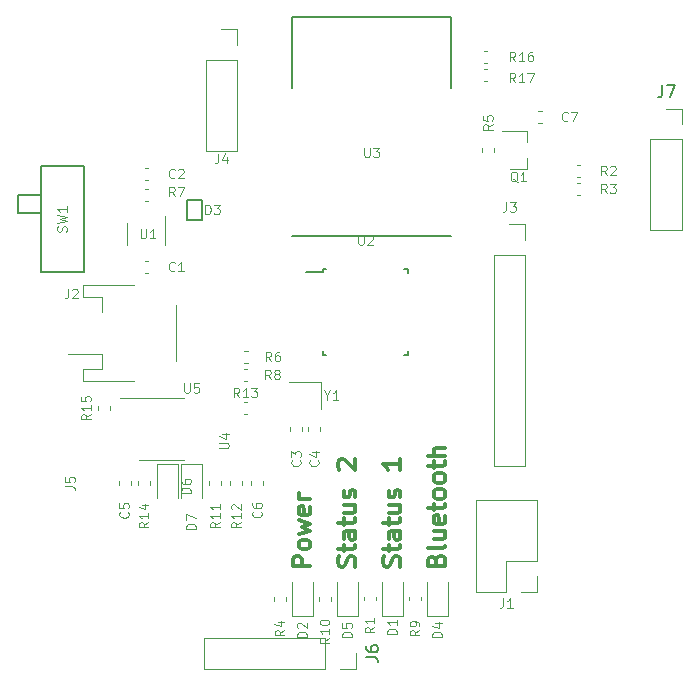
<source format=gto>
G04 #@! TF.GenerationSoftware,KiCad,Pcbnew,(5.0.2)-1*
G04 #@! TF.CreationDate,2020-11-28T21:44:54+10:00*
G04 #@! TF.ProjectId,trailer leveler,74726169-6c65-4722-906c-6576656c6572,1*
G04 #@! TF.SameCoordinates,Original*
G04 #@! TF.FileFunction,Legend,Top*
G04 #@! TF.FilePolarity,Positive*
%FSLAX46Y46*%
G04 Gerber Fmt 4.6, Leading zero omitted, Abs format (unit mm)*
G04 Created by KiCad (PCBNEW (5.0.2)-1) date 28/11/2020 9:44:54 PM*
%MOMM*%
%LPD*%
G01*
G04 APERTURE LIST*
%ADD10C,0.300000*%
%ADD11C,0.120000*%
%ADD12C,0.150000*%
%ADD13C,0.125000*%
G04 APERTURE END LIST*
D10*
X5734857Y-18216000D02*
X5806285Y-18001714D01*
X5877714Y-17930285D01*
X6020571Y-17858857D01*
X6234857Y-17858857D01*
X6377714Y-17930285D01*
X6449142Y-18001714D01*
X6520571Y-18144571D01*
X6520571Y-18716000D01*
X5020571Y-18716000D01*
X5020571Y-18216000D01*
X5092000Y-18073142D01*
X5163428Y-18001714D01*
X5306285Y-17930285D01*
X5449142Y-17930285D01*
X5592000Y-18001714D01*
X5663428Y-18073142D01*
X5734857Y-18216000D01*
X5734857Y-18716000D01*
X6520571Y-17001714D02*
X6449142Y-17144571D01*
X6306285Y-17216000D01*
X5020571Y-17216000D01*
X5520571Y-15787428D02*
X6520571Y-15787428D01*
X5520571Y-16430285D02*
X6306285Y-16430285D01*
X6449142Y-16358857D01*
X6520571Y-16216000D01*
X6520571Y-16001714D01*
X6449142Y-15858857D01*
X6377714Y-15787428D01*
X6449142Y-14501714D02*
X6520571Y-14644571D01*
X6520571Y-14930285D01*
X6449142Y-15073142D01*
X6306285Y-15144571D01*
X5734857Y-15144571D01*
X5592000Y-15073142D01*
X5520571Y-14930285D01*
X5520571Y-14644571D01*
X5592000Y-14501714D01*
X5734857Y-14430285D01*
X5877714Y-14430285D01*
X6020571Y-15144571D01*
X5520571Y-14001714D02*
X5520571Y-13430285D01*
X5020571Y-13787428D02*
X6306285Y-13787428D01*
X6449142Y-13716000D01*
X6520571Y-13573142D01*
X6520571Y-13430285D01*
X6520571Y-12716000D02*
X6449142Y-12858857D01*
X6377714Y-12930285D01*
X6234857Y-13001714D01*
X5806285Y-13001714D01*
X5663428Y-12930285D01*
X5592000Y-12858857D01*
X5520571Y-12716000D01*
X5520571Y-12501714D01*
X5592000Y-12358857D01*
X5663428Y-12287428D01*
X5806285Y-12216000D01*
X6234857Y-12216000D01*
X6377714Y-12287428D01*
X6449142Y-12358857D01*
X6520571Y-12501714D01*
X6520571Y-12716000D01*
X6520571Y-11358857D02*
X6449142Y-11501714D01*
X6377714Y-11573142D01*
X6234857Y-11644571D01*
X5806285Y-11644571D01*
X5663428Y-11573142D01*
X5592000Y-11501714D01*
X5520571Y-11358857D01*
X5520571Y-11144571D01*
X5592000Y-11001714D01*
X5663428Y-10930285D01*
X5806285Y-10858857D01*
X6234857Y-10858857D01*
X6377714Y-10930285D01*
X6449142Y-11001714D01*
X6520571Y-11144571D01*
X6520571Y-11358857D01*
X5520571Y-10430285D02*
X5520571Y-9858857D01*
X5020571Y-10216000D02*
X6306285Y-10216000D01*
X6449142Y-10144571D01*
X6520571Y-10001714D01*
X6520571Y-9858857D01*
X6520571Y-9358857D02*
X5020571Y-9358857D01*
X6520571Y-8716000D02*
X5734857Y-8716000D01*
X5592000Y-8787428D01*
X5520571Y-8930285D01*
X5520571Y-9144571D01*
X5592000Y-9287428D01*
X5663428Y-9358857D01*
X-1170857Y-18759714D02*
X-1099428Y-18545428D01*
X-1099428Y-18188285D01*
X-1170857Y-18045428D01*
X-1242285Y-17974000D01*
X-1385142Y-17902571D01*
X-1528000Y-17902571D01*
X-1670857Y-17974000D01*
X-1742285Y-18045428D01*
X-1813714Y-18188285D01*
X-1885142Y-18474000D01*
X-1956571Y-18616857D01*
X-2028000Y-18688285D01*
X-2170857Y-18759714D01*
X-2313714Y-18759714D01*
X-2456571Y-18688285D01*
X-2528000Y-18616857D01*
X-2599428Y-18474000D01*
X-2599428Y-18116857D01*
X-2528000Y-17902571D01*
X-2099428Y-17474000D02*
X-2099428Y-16902571D01*
X-2599428Y-17259714D02*
X-1313714Y-17259714D01*
X-1170857Y-17188285D01*
X-1099428Y-17045428D01*
X-1099428Y-16902571D01*
X-1099428Y-15759714D02*
X-1885142Y-15759714D01*
X-2028000Y-15831142D01*
X-2099428Y-15974000D01*
X-2099428Y-16259714D01*
X-2028000Y-16402571D01*
X-1170857Y-15759714D02*
X-1099428Y-15902571D01*
X-1099428Y-16259714D01*
X-1170857Y-16402571D01*
X-1313714Y-16474000D01*
X-1456571Y-16474000D01*
X-1599428Y-16402571D01*
X-1670857Y-16259714D01*
X-1670857Y-15902571D01*
X-1742285Y-15759714D01*
X-2099428Y-15259714D02*
X-2099428Y-14688285D01*
X-2599428Y-15045428D02*
X-1313714Y-15045428D01*
X-1170857Y-14974000D01*
X-1099428Y-14831142D01*
X-1099428Y-14688285D01*
X-2099428Y-13545428D02*
X-1099428Y-13545428D01*
X-2099428Y-14188285D02*
X-1313714Y-14188285D01*
X-1170857Y-14116857D01*
X-1099428Y-13974000D01*
X-1099428Y-13759714D01*
X-1170857Y-13616857D01*
X-1242285Y-13545428D01*
X-1170857Y-12902571D02*
X-1099428Y-12759714D01*
X-1099428Y-12474000D01*
X-1170857Y-12331142D01*
X-1313714Y-12259714D01*
X-1385142Y-12259714D01*
X-1528000Y-12331142D01*
X-1599428Y-12474000D01*
X-1599428Y-12688285D01*
X-1670857Y-12831142D01*
X-1813714Y-12902571D01*
X-1885142Y-12902571D01*
X-2028000Y-12831142D01*
X-2099428Y-12688285D01*
X-2099428Y-12474000D01*
X-2028000Y-12331142D01*
X-2456571Y-10545428D02*
X-2528000Y-10474000D01*
X-2599428Y-10331142D01*
X-2599428Y-9974000D01*
X-2528000Y-9831142D01*
X-2456571Y-9759714D01*
X-2313714Y-9688285D01*
X-2170857Y-9688285D01*
X-1956571Y-9759714D01*
X-1099428Y-10616857D01*
X-1099428Y-9688285D01*
X2639142Y-18759714D02*
X2710571Y-18545428D01*
X2710571Y-18188285D01*
X2639142Y-18045428D01*
X2567714Y-17974000D01*
X2424857Y-17902571D01*
X2282000Y-17902571D01*
X2139142Y-17974000D01*
X2067714Y-18045428D01*
X1996285Y-18188285D01*
X1924857Y-18474000D01*
X1853428Y-18616857D01*
X1781999Y-18688285D01*
X1639142Y-18759714D01*
X1496285Y-18759714D01*
X1353428Y-18688285D01*
X1281999Y-18616857D01*
X1210571Y-18474000D01*
X1210571Y-18116857D01*
X1281999Y-17902571D01*
X1710571Y-17474000D02*
X1710571Y-16902571D01*
X1210571Y-17259714D02*
X2496285Y-17259714D01*
X2639142Y-17188285D01*
X2710571Y-17045428D01*
X2710571Y-16902571D01*
X2710571Y-15759714D02*
X1924857Y-15759714D01*
X1782000Y-15831142D01*
X1710571Y-15974000D01*
X1710571Y-16259714D01*
X1781999Y-16402571D01*
X2639142Y-15759714D02*
X2710571Y-15902571D01*
X2710571Y-16259714D01*
X2639142Y-16402571D01*
X2496285Y-16474000D01*
X2353428Y-16474000D01*
X2210571Y-16402571D01*
X2139142Y-16259714D01*
X2139142Y-15902571D01*
X2067714Y-15759714D01*
X1710571Y-15259714D02*
X1710571Y-14688285D01*
X1210571Y-15045428D02*
X2496285Y-15045428D01*
X2639142Y-14974000D01*
X2710571Y-14831142D01*
X2710571Y-14688285D01*
X1710571Y-13545428D02*
X2710571Y-13545428D01*
X1710571Y-14188285D02*
X2496285Y-14188285D01*
X2639142Y-14116857D01*
X2710571Y-13974000D01*
X2710571Y-13759714D01*
X2639142Y-13616857D01*
X2567714Y-13545428D01*
X2639142Y-12902571D02*
X2710571Y-12759714D01*
X2710571Y-12474000D01*
X2639142Y-12331142D01*
X2496285Y-12259714D01*
X2424857Y-12259714D01*
X2282000Y-12331142D01*
X2210571Y-12474000D01*
X2210571Y-12688285D01*
X2139142Y-12831142D01*
X1996285Y-12902571D01*
X1924857Y-12902571D01*
X1782000Y-12831142D01*
X1710571Y-12688285D01*
X1710571Y-12474000D01*
X1782000Y-12331142D01*
X2710571Y-9688285D02*
X2710571Y-10545428D01*
X2710571Y-10116857D02*
X1210571Y-10116857D01*
X1424857Y-10259714D01*
X1567714Y-10402571D01*
X1639142Y-10545428D01*
X-4909428Y-18712285D02*
X-6409428Y-18712285D01*
X-6409428Y-18140857D01*
X-6338000Y-17998000D01*
X-6266571Y-17926571D01*
X-6123714Y-17855142D01*
X-5909428Y-17855142D01*
X-5766571Y-17926571D01*
X-5695142Y-17998000D01*
X-5623714Y-18140857D01*
X-5623714Y-18712285D01*
X-4909428Y-16998000D02*
X-4980857Y-17140857D01*
X-5052285Y-17212285D01*
X-5195142Y-17283714D01*
X-5623714Y-17283714D01*
X-5766571Y-17212285D01*
X-5838000Y-17140857D01*
X-5909428Y-16998000D01*
X-5909428Y-16783714D01*
X-5838000Y-16640857D01*
X-5766571Y-16569428D01*
X-5623714Y-16498000D01*
X-5195142Y-16498000D01*
X-5052285Y-16569428D01*
X-4980857Y-16640857D01*
X-4909428Y-16783714D01*
X-4909428Y-16998000D01*
X-5909428Y-15998000D02*
X-4909428Y-15712285D01*
X-5623714Y-15426571D01*
X-4909428Y-15140857D01*
X-5909428Y-14855142D01*
X-4980857Y-13712285D02*
X-4909428Y-13855142D01*
X-4909428Y-14140857D01*
X-4980857Y-14283714D01*
X-5123714Y-14355142D01*
X-5695142Y-14355142D01*
X-5838000Y-14283714D01*
X-5909428Y-14140857D01*
X-5909428Y-13855142D01*
X-5838000Y-13712285D01*
X-5695142Y-13640857D01*
X-5552285Y-13640857D01*
X-5409428Y-14355142D01*
X-4909428Y-12998000D02*
X-5909428Y-12998000D01*
X-5623714Y-12998000D02*
X-5766571Y-12926571D01*
X-5838000Y-12855142D01*
X-5909428Y-12712285D01*
X-5909428Y-12569428D01*
D11*
G04 #@! TO.C,J1*
X14284000Y-20888000D02*
X12954000Y-20888000D01*
X14284000Y-19558000D02*
X14284000Y-20888000D01*
X11684000Y-20888000D02*
X9084000Y-20888000D01*
X11684000Y-18288000D02*
X11684000Y-20888000D01*
X14284000Y-18288000D02*
X11684000Y-18288000D01*
X9084000Y-20888000D02*
X9084000Y-13148000D01*
X14284000Y-18288000D02*
X14284000Y-13148000D01*
X14284000Y-13148000D02*
X9084000Y-13148000D01*
D12*
G04 #@! TO.C,U2*
X-3879000Y6194000D02*
X-5304000Y6194000D01*
X3371000Y6419000D02*
X3046000Y6419000D01*
X3371000Y-831000D02*
X3046000Y-831000D01*
X-3879000Y-831000D02*
X-3554000Y-831000D01*
X-3879000Y6419000D02*
X-3554000Y6419000D01*
X-3879000Y-831000D02*
X-3879000Y-506000D01*
X3371000Y-831000D02*
X3371000Y-506000D01*
X3371000Y6419000D02*
X3371000Y6094000D01*
X-3879000Y6419000D02*
X-3879000Y6194000D01*
D11*
G04 #@! TO.C,Y1*
X-4046000Y-5426000D02*
X-4046000Y-3126000D01*
X-4046000Y-3126000D02*
X-6746000Y-3126000D01*
G04 #@! TO.C,C1*
X-18633221Y6094000D02*
X-18958779Y6094000D01*
X-18633221Y7114000D02*
X-18958779Y7114000D01*
G04 #@! TO.C,C2*
X-18958779Y13968000D02*
X-18633221Y13968000D01*
X-18958779Y14988000D02*
X-18633221Y14988000D01*
G04 #@! TO.C,C3*
X-5586000Y-6949221D02*
X-5586000Y-7274779D01*
X-6606000Y-6949221D02*
X-6606000Y-7274779D01*
G04 #@! TO.C,C4*
X-4062000Y-6949221D02*
X-4062000Y-7274779D01*
X-5082000Y-6949221D02*
X-5082000Y-7274779D01*
G04 #@! TO.C,C5*
X-21147500Y-11521221D02*
X-21147500Y-11846779D01*
X-20127500Y-11521221D02*
X-20127500Y-11846779D01*
G04 #@! TO.C,C6*
X-8888000Y-11846779D02*
X-8888000Y-11521221D01*
X-9908000Y-11846779D02*
X-9908000Y-11521221D01*
D12*
G04 #@! TO.C,D3*
X-15357000Y12280000D02*
X-14107000Y12280000D01*
X-15357000Y10580000D02*
X-14107000Y10580000D01*
X-14107000Y12280000D02*
X-14107000Y10580000D01*
X-15357000Y12280000D02*
X-15357000Y10580000D01*
D11*
G04 #@! TO.C,J2*
X-19888000Y-3044000D02*
X-24138000Y-3044000D01*
X-24138000Y-3044000D02*
X-24138000Y-2024000D01*
X-24138000Y-2024000D02*
X-22538000Y-2024000D01*
X-22538000Y-2024000D02*
X-22538000Y-744000D01*
X-22538000Y-744000D02*
X-25428000Y-744000D01*
X-19888000Y5076000D02*
X-24138000Y5076000D01*
X-24138000Y5076000D02*
X-24138000Y4056000D01*
X-24138000Y4056000D02*
X-22538000Y4056000D01*
X-22538000Y4056000D02*
X-22538000Y2776000D01*
X-16318000Y-1324000D02*
X-16318000Y3356000D01*
G04 #@! TO.C,Q1*
X13460000Y14930000D02*
X13460000Y15860000D01*
X13460000Y18090000D02*
X13460000Y17160000D01*
X13460000Y18090000D02*
X11300000Y18090000D01*
X13460000Y14930000D02*
X12000000Y14930000D01*
G04 #@! TO.C,R1*
X637000Y-21300221D02*
X637000Y-21625779D01*
X-383000Y-21300221D02*
X-383000Y-21625779D01*
G04 #@! TO.C,R2*
X17617221Y14222000D02*
X17942779Y14222000D01*
X17617221Y15242000D02*
X17942779Y15242000D01*
G04 #@! TO.C,R3*
X17617221Y13718000D02*
X17942779Y13718000D01*
X17617221Y12698000D02*
X17942779Y12698000D01*
G04 #@! TO.C,R4*
X-8003000Y-21325721D02*
X-8003000Y-21651279D01*
X-6983000Y-21325721D02*
X-6983000Y-21651279D01*
G04 #@! TO.C,R5*
X9650000Y16698279D02*
X9650000Y16372721D01*
X10670000Y16698279D02*
X10670000Y16372721D01*
G04 #@! TO.C,R6*
X-10551279Y-506000D02*
X-10225721Y-506000D01*
X-10551279Y-1526000D02*
X-10225721Y-1526000D01*
G04 #@! TO.C,R7*
X-18633221Y12190000D02*
X-18958779Y12190000D01*
X-18633221Y13210000D02*
X-18958779Y13210000D01*
G04 #@! TO.C,R8*
X-10251221Y-2030000D02*
X-10576779Y-2030000D01*
X-10251221Y-3050000D02*
X-10576779Y-3050000D01*
G04 #@! TO.C,R9*
X3427000Y-21300221D02*
X3427000Y-21625779D01*
X4447000Y-21300221D02*
X4447000Y-21625779D01*
G04 #@! TO.C,R10*
X-3173000Y-21325721D02*
X-3173000Y-21651279D01*
X-4193000Y-21325721D02*
X-4193000Y-21651279D01*
G04 #@! TO.C,R11*
X-13464000Y-11846779D02*
X-13464000Y-11521221D01*
X-12444000Y-11846779D02*
X-12444000Y-11521221D01*
G04 #@! TO.C,R12*
X-10666000Y-11846779D02*
X-10666000Y-11521221D01*
X-11686000Y-11846779D02*
X-11686000Y-11521221D01*
G04 #@! TO.C,R13*
X-10576779Y-5844000D02*
X-10251221Y-5844000D01*
X-10576779Y-4824000D02*
X-10251221Y-4824000D01*
G04 #@! TO.C,R14*
X-19496500Y-11846779D02*
X-19496500Y-11521221D01*
X-18476500Y-11846779D02*
X-18476500Y-11521221D01*
G04 #@! TO.C,R15*
X-21842000Y-5171221D02*
X-21842000Y-5496779D01*
X-22862000Y-5171221D02*
X-22862000Y-5496779D01*
D12*
G04 #@! TO.C,SW1*
X-24108000Y15168000D02*
X-24108000Y6168000D01*
X-24108000Y6168000D02*
X-27708000Y6168000D01*
X-27708000Y6168000D02*
X-27708000Y15168000D01*
X-27708000Y15168000D02*
X-24108000Y15168000D01*
X-27708000Y12668000D02*
X-29708000Y12668000D01*
X-29708000Y12668000D02*
X-29708000Y11168000D01*
X-27708000Y11168000D02*
X-29708000Y11168000D01*
D11*
G04 #@! TO.C,U1*
X-20406000Y10298000D02*
X-20406000Y8498000D01*
X-17186000Y8498000D02*
X-17186000Y10948000D01*
D12*
G04 #@! TO.C,U3*
X-6496000Y27756000D02*
X7004000Y27756000D01*
X7004000Y27756000D02*
X7004000Y21756000D01*
X7004000Y9256000D02*
X-6496000Y9256000D01*
X-6496000Y21756000D02*
X-6496000Y27756000D01*
D11*
G04 #@! TO.C,U5*
X-17526000Y-9702000D02*
X-15646000Y-9702000D01*
X-17526000Y-9702000D02*
X-19406000Y-9702000D01*
X-17526000Y-4522000D02*
X-15646000Y-4522000D01*
X-17526000Y-4522000D02*
X-21051000Y-4522000D01*
G04 #@! TO.C,J3*
X10608000Y7620000D02*
X13268000Y7620000D01*
X10608000Y7620000D02*
X10608000Y-10220000D01*
X10608000Y-10220000D02*
X13268000Y-10220000D01*
X13268000Y7620000D02*
X13268000Y-10220000D01*
X13268000Y10220000D02*
X13268000Y8890000D01*
X11938000Y10220000D02*
X13268000Y10220000D01*
G04 #@! TO.C,J4*
X-13776000Y24130000D02*
X-11116000Y24130000D01*
X-13776000Y24130000D02*
X-13776000Y16450000D01*
X-13776000Y16450000D02*
X-11116000Y16450000D01*
X-11116000Y24130000D02*
X-11116000Y16450000D01*
X-11116000Y26730000D02*
X-11116000Y25400000D01*
X-12446000Y26730000D02*
X-11116000Y26730000D01*
G04 #@! TO.C,C7*
X14340721Y19814000D02*
X14666279Y19814000D01*
X14340721Y18794000D02*
X14666279Y18794000D01*
G04 #@! TO.C,R16*
X9743221Y23874000D02*
X10068779Y23874000D01*
X9743221Y24894000D02*
X10068779Y24894000D01*
G04 #@! TO.C,R17*
X10068779Y22350000D02*
X9743221Y22350000D01*
X10068779Y23370000D02*
X9743221Y23370000D01*
G04 #@! TO.C,D1*
X2942000Y-22967000D02*
X2942000Y-20082000D01*
X1122000Y-22967000D02*
X2942000Y-22967000D01*
X1122000Y-20082000D02*
X1122000Y-22967000D01*
G04 #@! TO.C,D2*
X-4678000Y-22967000D02*
X-4678000Y-20082000D01*
X-6498000Y-22967000D02*
X-4678000Y-22967000D01*
X-6498000Y-20082000D02*
X-6498000Y-22967000D01*
G04 #@! TO.C,D4*
X4932000Y-20082000D02*
X4932000Y-22967000D01*
X4932000Y-22967000D02*
X6752000Y-22967000D01*
X6752000Y-22967000D02*
X6752000Y-20082000D01*
G04 #@! TO.C,D5*
X-2688000Y-20082000D02*
X-2688000Y-22967000D01*
X-2688000Y-22967000D02*
X-868000Y-22967000D01*
X-868000Y-22967000D02*
X-868000Y-20082000D01*
G04 #@! TO.C,D6*
X-16108000Y-12938000D02*
X-16108000Y-10053000D01*
X-16108000Y-10053000D02*
X-17928000Y-10053000D01*
X-17928000Y-10053000D02*
X-17928000Y-12938000D01*
G04 #@! TO.C,D7*
X-15896000Y-10053000D02*
X-15896000Y-12938000D01*
X-14076000Y-10053000D02*
X-15896000Y-10053000D01*
X-14076000Y-12938000D02*
X-14076000Y-10053000D01*
G04 #@! TO.C,J6*
X-3683000Y-24768500D02*
X-3683000Y-27428500D01*
X-3683000Y-24768500D02*
X-13903000Y-24768500D01*
X-13903000Y-24768500D02*
X-13903000Y-27428500D01*
X-3683000Y-27428500D02*
X-13903000Y-27428500D01*
X-1083000Y-27428500D02*
X-2413000Y-27428500D01*
X-1083000Y-26098500D02*
X-1083000Y-27428500D01*
G04 #@! TO.C,J7*
X23879500Y17399000D02*
X26539500Y17399000D01*
X23879500Y17399000D02*
X23879500Y9719000D01*
X23879500Y9719000D02*
X26539500Y9719000D01*
X26539500Y17399000D02*
X26539500Y9719000D01*
X26539500Y19999000D02*
X26539500Y18669000D01*
X25209500Y19999000D02*
X26539500Y19999000D01*
G04 #@! TO.C,J5*
D13*
X-25660095Y-11950666D02*
X-25088666Y-11950666D01*
X-24974380Y-11988761D01*
X-24898190Y-12064952D01*
X-24860095Y-12179238D01*
X-24860095Y-12255428D01*
X-25660095Y-11188761D02*
X-25660095Y-11569714D01*
X-25279142Y-11607809D01*
X-25317238Y-11569714D01*
X-25355333Y-11493523D01*
X-25355333Y-11303047D01*
X-25317238Y-11226857D01*
X-25279142Y-11188761D01*
X-25202952Y-11150666D01*
X-25012476Y-11150666D01*
X-24936285Y-11188761D01*
X-24898190Y-11226857D01*
X-24860095Y-11303047D01*
X-24860095Y-11493523D01*
X-24898190Y-11569714D01*
X-24936285Y-11607809D01*
G04 #@! TO.C,J1*
X11417333Y-21449904D02*
X11417333Y-22021333D01*
X11379238Y-22135619D01*
X11303047Y-22211809D01*
X11188761Y-22249904D01*
X11112571Y-22249904D01*
X12217333Y-22249904D02*
X11760190Y-22249904D01*
X11988761Y-22249904D02*
X11988761Y-21449904D01*
X11912571Y-21564190D01*
X11836380Y-21640380D01*
X11760190Y-21678476D01*
G04 #@! TO.C,U2*
X-863523Y9282095D02*
X-863523Y8634476D01*
X-825428Y8558285D01*
X-787333Y8520190D01*
X-711142Y8482095D01*
X-558761Y8482095D01*
X-482571Y8520190D01*
X-444476Y8558285D01*
X-406380Y8634476D01*
X-406380Y9282095D01*
X-63523Y9205904D02*
X-25428Y9244000D01*
X50761Y9282095D01*
X241238Y9282095D01*
X317428Y9244000D01*
X355523Y9205904D01*
X393619Y9129714D01*
X393619Y9053523D01*
X355523Y8939238D01*
X-101619Y8482095D01*
X393619Y8482095D01*
G04 #@! TO.C,Y1*
X-3490952Y-4256952D02*
X-3490952Y-4637904D01*
X-3757619Y-3837904D02*
X-3490952Y-4256952D01*
X-3224285Y-3837904D01*
X-2538571Y-4637904D02*
X-2995714Y-4637904D01*
X-2767142Y-4637904D02*
X-2767142Y-3837904D01*
X-2843333Y-3952190D01*
X-2919523Y-4028380D01*
X-2995714Y-4066476D01*
G04 #@! TO.C,C1*
X-16389333Y6318285D02*
X-16427428Y6280190D01*
X-16541714Y6242095D01*
X-16617904Y6242095D01*
X-16732190Y6280190D01*
X-16808380Y6356380D01*
X-16846476Y6432571D01*
X-16884571Y6584952D01*
X-16884571Y6699238D01*
X-16846476Y6851619D01*
X-16808380Y6927809D01*
X-16732190Y7004000D01*
X-16617904Y7042095D01*
X-16541714Y7042095D01*
X-16427428Y7004000D01*
X-16389333Y6965904D01*
X-15627428Y6242095D02*
X-16084571Y6242095D01*
X-15856000Y6242095D02*
X-15856000Y7042095D01*
X-15932190Y6927809D01*
X-16008380Y6851619D01*
X-16084571Y6813523D01*
G04 #@! TO.C,C2*
X-16389333Y14192285D02*
X-16427428Y14154190D01*
X-16541714Y14116095D01*
X-16617904Y14116095D01*
X-16732190Y14154190D01*
X-16808380Y14230380D01*
X-16846476Y14306571D01*
X-16884571Y14458952D01*
X-16884571Y14573238D01*
X-16846476Y14725619D01*
X-16808380Y14801809D01*
X-16732190Y14878000D01*
X-16617904Y14916095D01*
X-16541714Y14916095D01*
X-16427428Y14878000D01*
X-16389333Y14839904D01*
X-16084571Y14839904D02*
X-16046476Y14878000D01*
X-15970285Y14916095D01*
X-15779809Y14916095D01*
X-15703619Y14878000D01*
X-15665523Y14839904D01*
X-15627428Y14763714D01*
X-15627428Y14687523D01*
X-15665523Y14573238D01*
X-16122666Y14116095D01*
X-15627428Y14116095D01*
G04 #@! TO.C,C3*
X-5810285Y-9759833D02*
X-5772190Y-9797928D01*
X-5734095Y-9912214D01*
X-5734095Y-9988404D01*
X-5772190Y-10102690D01*
X-5848380Y-10178880D01*
X-5924571Y-10216976D01*
X-6076952Y-10255071D01*
X-6191238Y-10255071D01*
X-6343619Y-10216976D01*
X-6419809Y-10178880D01*
X-6496000Y-10102690D01*
X-6534095Y-9988404D01*
X-6534095Y-9912214D01*
X-6496000Y-9797928D01*
X-6457904Y-9759833D01*
X-6534095Y-9493166D02*
X-6534095Y-8997928D01*
X-6229333Y-9264595D01*
X-6229333Y-9150309D01*
X-6191238Y-9074119D01*
X-6153142Y-9036023D01*
X-6076952Y-8997928D01*
X-5886476Y-8997928D01*
X-5810285Y-9036023D01*
X-5772190Y-9074119D01*
X-5734095Y-9150309D01*
X-5734095Y-9378880D01*
X-5772190Y-9455071D01*
X-5810285Y-9493166D01*
G04 #@! TO.C,C4*
X-4286285Y-9759833D02*
X-4248190Y-9797928D01*
X-4210095Y-9912214D01*
X-4210095Y-9988404D01*
X-4248190Y-10102690D01*
X-4324380Y-10178880D01*
X-4400571Y-10216976D01*
X-4552952Y-10255071D01*
X-4667238Y-10255071D01*
X-4819619Y-10216976D01*
X-4895809Y-10178880D01*
X-4972000Y-10102690D01*
X-5010095Y-9988404D01*
X-5010095Y-9912214D01*
X-4972000Y-9797928D01*
X-4933904Y-9759833D01*
X-4743428Y-9074119D02*
X-4210095Y-9074119D01*
X-5048190Y-9264595D02*
X-4476761Y-9455071D01*
X-4476761Y-8959833D01*
G04 #@! TO.C,C5*
X-20351785Y-14128833D02*
X-20313690Y-14166928D01*
X-20275595Y-14281214D01*
X-20275595Y-14357404D01*
X-20313690Y-14471690D01*
X-20389880Y-14547880D01*
X-20466071Y-14585976D01*
X-20618452Y-14624071D01*
X-20732738Y-14624071D01*
X-20885119Y-14585976D01*
X-20961309Y-14547880D01*
X-21037500Y-14471690D01*
X-21075595Y-14357404D01*
X-21075595Y-14281214D01*
X-21037500Y-14166928D01*
X-20999404Y-14128833D01*
X-21075595Y-13405023D02*
X-21075595Y-13785976D01*
X-20694642Y-13824071D01*
X-20732738Y-13785976D01*
X-20770833Y-13709785D01*
X-20770833Y-13519309D01*
X-20732738Y-13443119D01*
X-20694642Y-13405023D01*
X-20618452Y-13366928D01*
X-20427976Y-13366928D01*
X-20351785Y-13405023D01*
X-20313690Y-13443119D01*
X-20275595Y-13519309D01*
X-20275595Y-13709785D01*
X-20313690Y-13785976D01*
X-20351785Y-13824071D01*
G04 #@! TO.C,C6*
X-9112285Y-14103333D02*
X-9074190Y-14141428D01*
X-9036095Y-14255714D01*
X-9036095Y-14331904D01*
X-9074190Y-14446190D01*
X-9150380Y-14522380D01*
X-9226571Y-14560476D01*
X-9378952Y-14598571D01*
X-9493238Y-14598571D01*
X-9645619Y-14560476D01*
X-9721809Y-14522380D01*
X-9798000Y-14446190D01*
X-9836095Y-14331904D01*
X-9836095Y-14255714D01*
X-9798000Y-14141428D01*
X-9759904Y-14103333D01*
X-9836095Y-13417619D02*
X-9836095Y-13570000D01*
X-9798000Y-13646190D01*
X-9759904Y-13684285D01*
X-9645619Y-13760476D01*
X-9493238Y-13798571D01*
X-9188476Y-13798571D01*
X-9112285Y-13760476D01*
X-9074190Y-13722380D01*
X-9036095Y-13646190D01*
X-9036095Y-13493809D01*
X-9074190Y-13417619D01*
X-9112285Y-13379523D01*
X-9188476Y-13341428D01*
X-9378952Y-13341428D01*
X-9455142Y-13379523D01*
X-9493238Y-13417619D01*
X-9531333Y-13493809D01*
X-9531333Y-13646190D01*
X-9493238Y-13722380D01*
X-9455142Y-13760476D01*
X-9378952Y-13798571D01*
G04 #@! TO.C,D3*
X-13798476Y11068095D02*
X-13798476Y11868095D01*
X-13608000Y11868095D01*
X-13493714Y11830000D01*
X-13417523Y11753809D01*
X-13379428Y11677619D01*
X-13341333Y11525238D01*
X-13341333Y11410952D01*
X-13379428Y11258571D01*
X-13417523Y11182380D01*
X-13493714Y11106190D01*
X-13608000Y11068095D01*
X-13798476Y11068095D01*
X-13074666Y11868095D02*
X-12579428Y11868095D01*
X-12846095Y11563333D01*
X-12731809Y11563333D01*
X-12655619Y11525238D01*
X-12617523Y11487142D01*
X-12579428Y11410952D01*
X-12579428Y11220476D01*
X-12617523Y11144285D01*
X-12655619Y11106190D01*
X-12731809Y11068095D01*
X-12960380Y11068095D01*
X-13036571Y11106190D01*
X-13074666Y11144285D01*
G04 #@! TO.C,J2*
X-25412666Y4756095D02*
X-25412666Y4184666D01*
X-25450761Y4070380D01*
X-25526952Y3994190D01*
X-25641238Y3956095D01*
X-25717428Y3956095D01*
X-25069809Y4679904D02*
X-25031714Y4718000D01*
X-24955523Y4756095D01*
X-24765047Y4756095D01*
X-24688857Y4718000D01*
X-24650761Y4679904D01*
X-24612666Y4603714D01*
X-24612666Y4527523D01*
X-24650761Y4413238D01*
X-25107904Y3956095D01*
X-24612666Y3956095D01*
G04 #@! TO.C,Q1*
X12623809Y13785904D02*
X12547619Y13824000D01*
X12471428Y13900190D01*
X12357142Y14014476D01*
X12280952Y14052571D01*
X12204761Y14052571D01*
X12242857Y13862095D02*
X12166666Y13900190D01*
X12090476Y13976380D01*
X12052380Y14128761D01*
X12052380Y14395428D01*
X12090476Y14547809D01*
X12166666Y14624000D01*
X12242857Y14662095D01*
X12395238Y14662095D01*
X12471428Y14624000D01*
X12547619Y14547809D01*
X12585714Y14395428D01*
X12585714Y14128761D01*
X12547619Y13976380D01*
X12471428Y13900190D01*
X12395238Y13862095D01*
X12242857Y13862095D01*
X13347619Y13862095D02*
X12890476Y13862095D01*
X13119047Y13862095D02*
X13119047Y14662095D01*
X13042857Y14547809D01*
X12966666Y14471619D01*
X12890476Y14433523D01*
G04 #@! TO.C,R1*
X488904Y-23882333D02*
X107952Y-24149000D01*
X488904Y-24339476D02*
X-311095Y-24339476D01*
X-311095Y-24034714D01*
X-273000Y-23958523D01*
X-234904Y-23920428D01*
X-158714Y-23882333D01*
X-44428Y-23882333D01*
X31761Y-23920428D01*
X69857Y-23958523D01*
X107952Y-24034714D01*
X107952Y-24339476D01*
X488904Y-23120428D02*
X488904Y-23577571D01*
X488904Y-23349000D02*
X-311095Y-23349000D01*
X-196809Y-23425190D01*
X-120619Y-23501380D01*
X-82523Y-23577571D01*
G04 #@! TO.C,R2*
X20186666Y14370095D02*
X19920000Y14751047D01*
X19729523Y14370095D02*
X19729523Y15170095D01*
X20034285Y15170095D01*
X20110476Y15132000D01*
X20148571Y15093904D01*
X20186666Y15017714D01*
X20186666Y14903428D01*
X20148571Y14827238D01*
X20110476Y14789142D01*
X20034285Y14751047D01*
X19729523Y14751047D01*
X20491428Y15093904D02*
X20529523Y15132000D01*
X20605714Y15170095D01*
X20796190Y15170095D01*
X20872380Y15132000D01*
X20910476Y15093904D01*
X20948571Y15017714D01*
X20948571Y14941523D01*
X20910476Y14827238D01*
X20453333Y14370095D01*
X20948571Y14370095D01*
G04 #@! TO.C,R3*
X20186666Y12846095D02*
X19920000Y13227047D01*
X19729523Y12846095D02*
X19729523Y13646095D01*
X20034285Y13646095D01*
X20110476Y13608000D01*
X20148571Y13569904D01*
X20186666Y13493714D01*
X20186666Y13379428D01*
X20148571Y13303238D01*
X20110476Y13265142D01*
X20034285Y13227047D01*
X19729523Y13227047D01*
X20453333Y13646095D02*
X20948571Y13646095D01*
X20681904Y13341333D01*
X20796190Y13341333D01*
X20872380Y13303238D01*
X20910476Y13265142D01*
X20948571Y13188952D01*
X20948571Y12998476D01*
X20910476Y12922285D01*
X20872380Y12884190D01*
X20796190Y12846095D01*
X20567619Y12846095D01*
X20491428Y12884190D01*
X20453333Y12922285D01*
G04 #@! TO.C,R4*
X-7131095Y-24136333D02*
X-7512047Y-24403000D01*
X-7131095Y-24593476D02*
X-7931095Y-24593476D01*
X-7931095Y-24288714D01*
X-7893000Y-24212523D01*
X-7854904Y-24174428D01*
X-7778714Y-24136333D01*
X-7664428Y-24136333D01*
X-7588238Y-24174428D01*
X-7550142Y-24212523D01*
X-7512047Y-24288714D01*
X-7512047Y-24593476D01*
X-7664428Y-23450619D02*
X-7131095Y-23450619D01*
X-7969190Y-23641095D02*
X-7397761Y-23831571D01*
X-7397761Y-23336333D01*
G04 #@! TO.C,R5*
X10521904Y18688166D02*
X10140952Y18421500D01*
X10521904Y18231023D02*
X9721904Y18231023D01*
X9721904Y18535785D01*
X9760000Y18611976D01*
X9798095Y18650071D01*
X9874285Y18688166D01*
X9988571Y18688166D01*
X10064761Y18650071D01*
X10102857Y18611976D01*
X10140952Y18535785D01*
X10140952Y18231023D01*
X9721904Y19411976D02*
X9721904Y19031023D01*
X10102857Y18992928D01*
X10064761Y19031023D01*
X10026666Y19107214D01*
X10026666Y19297690D01*
X10064761Y19373880D01*
X10102857Y19411976D01*
X10179047Y19450071D01*
X10369523Y19450071D01*
X10445714Y19411976D01*
X10483809Y19373880D01*
X10521904Y19297690D01*
X10521904Y19107214D01*
X10483809Y19031023D01*
X10445714Y18992928D01*
G04 #@! TO.C,R6*
X-8235833Y-1377904D02*
X-8502500Y-996952D01*
X-8692976Y-1377904D02*
X-8692976Y-577904D01*
X-8388214Y-577904D01*
X-8312023Y-616000D01*
X-8273928Y-654095D01*
X-8235833Y-730285D01*
X-8235833Y-844571D01*
X-8273928Y-920761D01*
X-8312023Y-958857D01*
X-8388214Y-996952D01*
X-8692976Y-996952D01*
X-7550119Y-577904D02*
X-7702500Y-577904D01*
X-7778690Y-616000D01*
X-7816785Y-654095D01*
X-7892976Y-768380D01*
X-7931071Y-920761D01*
X-7931071Y-1225523D01*
X-7892976Y-1301714D01*
X-7854880Y-1339809D01*
X-7778690Y-1377904D01*
X-7626309Y-1377904D01*
X-7550119Y-1339809D01*
X-7512023Y-1301714D01*
X-7473928Y-1225523D01*
X-7473928Y-1035047D01*
X-7512023Y-958857D01*
X-7550119Y-920761D01*
X-7626309Y-882666D01*
X-7778690Y-882666D01*
X-7854880Y-920761D01*
X-7892976Y-958857D01*
X-7931071Y-1035047D01*
G04 #@! TO.C,R7*
X-16389333Y12592095D02*
X-16656000Y12973047D01*
X-16846476Y12592095D02*
X-16846476Y13392095D01*
X-16541714Y13392095D01*
X-16465523Y13354000D01*
X-16427428Y13315904D01*
X-16389333Y13239714D01*
X-16389333Y13125428D01*
X-16427428Y13049238D01*
X-16465523Y13011142D01*
X-16541714Y12973047D01*
X-16846476Y12973047D01*
X-16122666Y13392095D02*
X-15589333Y13392095D01*
X-15932190Y12592095D01*
G04 #@! TO.C,R8*
X-8261333Y-2901904D02*
X-8528000Y-2520952D01*
X-8718476Y-2901904D02*
X-8718476Y-2101904D01*
X-8413714Y-2101904D01*
X-8337523Y-2140000D01*
X-8299428Y-2178095D01*
X-8261333Y-2254285D01*
X-8261333Y-2368571D01*
X-8299428Y-2444761D01*
X-8337523Y-2482857D01*
X-8413714Y-2520952D01*
X-8718476Y-2520952D01*
X-7804190Y-2444761D02*
X-7880380Y-2406666D01*
X-7918476Y-2368571D01*
X-7956571Y-2292380D01*
X-7956571Y-2254285D01*
X-7918476Y-2178095D01*
X-7880380Y-2140000D01*
X-7804190Y-2101904D01*
X-7651809Y-2101904D01*
X-7575619Y-2140000D01*
X-7537523Y-2178095D01*
X-7499428Y-2254285D01*
X-7499428Y-2292380D01*
X-7537523Y-2368571D01*
X-7575619Y-2406666D01*
X-7651809Y-2444761D01*
X-7804190Y-2444761D01*
X-7880380Y-2482857D01*
X-7918476Y-2520952D01*
X-7956571Y-2597142D01*
X-7956571Y-2749523D01*
X-7918476Y-2825714D01*
X-7880380Y-2863809D01*
X-7804190Y-2901904D01*
X-7651809Y-2901904D01*
X-7575619Y-2863809D01*
X-7537523Y-2825714D01*
X-7499428Y-2749523D01*
X-7499428Y-2597142D01*
X-7537523Y-2520952D01*
X-7575619Y-2482857D01*
X-7651809Y-2444761D01*
G04 #@! TO.C,R9*
X4298904Y-24136333D02*
X3917952Y-24403000D01*
X4298904Y-24593476D02*
X3498904Y-24593476D01*
X3498904Y-24288714D01*
X3537000Y-24212523D01*
X3575095Y-24174428D01*
X3651285Y-24136333D01*
X3765571Y-24136333D01*
X3841761Y-24174428D01*
X3879857Y-24212523D01*
X3917952Y-24288714D01*
X3917952Y-24593476D01*
X4298904Y-23755380D02*
X4298904Y-23603000D01*
X4260809Y-23526809D01*
X4222714Y-23488714D01*
X4108428Y-23412523D01*
X3956047Y-23374428D01*
X3651285Y-23374428D01*
X3575095Y-23412523D01*
X3537000Y-23450619D01*
X3498904Y-23526809D01*
X3498904Y-23679190D01*
X3537000Y-23755380D01*
X3575095Y-23793476D01*
X3651285Y-23831571D01*
X3841761Y-23831571D01*
X3917952Y-23793476D01*
X3956047Y-23755380D01*
X3994142Y-23679190D01*
X3994142Y-23526809D01*
X3956047Y-23450619D01*
X3917952Y-23412523D01*
X3841761Y-23374428D01*
G04 #@! TO.C,R10*
X-3321095Y-24771285D02*
X-3702047Y-25037952D01*
X-3321095Y-25228428D02*
X-4121095Y-25228428D01*
X-4121095Y-24923666D01*
X-4083000Y-24847476D01*
X-4044904Y-24809380D01*
X-3968714Y-24771285D01*
X-3854428Y-24771285D01*
X-3778238Y-24809380D01*
X-3740142Y-24847476D01*
X-3702047Y-24923666D01*
X-3702047Y-25228428D01*
X-3321095Y-24009380D02*
X-3321095Y-24466523D01*
X-3321095Y-24237952D02*
X-4121095Y-24237952D01*
X-4006809Y-24314142D01*
X-3930619Y-24390333D01*
X-3892523Y-24466523D01*
X-4121095Y-23514142D02*
X-4121095Y-23437952D01*
X-4083000Y-23361761D01*
X-4044904Y-23323666D01*
X-3968714Y-23285571D01*
X-3816333Y-23247476D01*
X-3625857Y-23247476D01*
X-3473476Y-23285571D01*
X-3397285Y-23323666D01*
X-3359190Y-23361761D01*
X-3321095Y-23437952D01*
X-3321095Y-23514142D01*
X-3359190Y-23590333D01*
X-3397285Y-23628428D01*
X-3473476Y-23666523D01*
X-3625857Y-23704619D01*
X-3816333Y-23704619D01*
X-3968714Y-23666523D01*
X-4044904Y-23628428D01*
X-4083000Y-23590333D01*
X-4121095Y-23514142D01*
G04 #@! TO.C,R11*
X-12592095Y-14992285D02*
X-12973047Y-15258952D01*
X-12592095Y-15449428D02*
X-13392095Y-15449428D01*
X-13392095Y-15144666D01*
X-13354000Y-15068476D01*
X-13315904Y-15030380D01*
X-13239714Y-14992285D01*
X-13125428Y-14992285D01*
X-13049238Y-15030380D01*
X-13011142Y-15068476D01*
X-12973047Y-15144666D01*
X-12973047Y-15449428D01*
X-12592095Y-14230380D02*
X-12592095Y-14687523D01*
X-12592095Y-14458952D02*
X-13392095Y-14458952D01*
X-13277809Y-14535142D01*
X-13201619Y-14611333D01*
X-13163523Y-14687523D01*
X-12592095Y-13468476D02*
X-12592095Y-13925619D01*
X-12592095Y-13697047D02*
X-13392095Y-13697047D01*
X-13277809Y-13773238D01*
X-13201619Y-13849428D01*
X-13163523Y-13925619D01*
G04 #@! TO.C,R12*
X-10814095Y-14992285D02*
X-11195047Y-15258952D01*
X-10814095Y-15449428D02*
X-11614095Y-15449428D01*
X-11614095Y-15144666D01*
X-11576000Y-15068476D01*
X-11537904Y-15030380D01*
X-11461714Y-14992285D01*
X-11347428Y-14992285D01*
X-11271238Y-15030380D01*
X-11233142Y-15068476D01*
X-11195047Y-15144666D01*
X-11195047Y-15449428D01*
X-10814095Y-14230380D02*
X-10814095Y-14687523D01*
X-10814095Y-14458952D02*
X-11614095Y-14458952D01*
X-11499809Y-14535142D01*
X-11423619Y-14611333D01*
X-11385523Y-14687523D01*
X-11537904Y-13925619D02*
X-11576000Y-13887523D01*
X-11614095Y-13811333D01*
X-11614095Y-13620857D01*
X-11576000Y-13544666D01*
X-11537904Y-13506571D01*
X-11461714Y-13468476D01*
X-11385523Y-13468476D01*
X-11271238Y-13506571D01*
X-10814095Y-13963714D01*
X-10814095Y-13468476D01*
G04 #@! TO.C,R13*
X-10928285Y-4425904D02*
X-11194952Y-4044952D01*
X-11385428Y-4425904D02*
X-11385428Y-3625904D01*
X-11080666Y-3625904D01*
X-11004476Y-3664000D01*
X-10966380Y-3702095D01*
X-10928285Y-3778285D01*
X-10928285Y-3892571D01*
X-10966380Y-3968761D01*
X-11004476Y-4006857D01*
X-11080666Y-4044952D01*
X-11385428Y-4044952D01*
X-10166380Y-4425904D02*
X-10623523Y-4425904D01*
X-10394952Y-4425904D02*
X-10394952Y-3625904D01*
X-10471142Y-3740190D01*
X-10547333Y-3816380D01*
X-10623523Y-3854476D01*
X-9899714Y-3625904D02*
X-9404476Y-3625904D01*
X-9671142Y-3930666D01*
X-9556857Y-3930666D01*
X-9480666Y-3968761D01*
X-9442571Y-4006857D01*
X-9404476Y-4083047D01*
X-9404476Y-4273523D01*
X-9442571Y-4349714D01*
X-9480666Y-4387809D01*
X-9556857Y-4425904D01*
X-9785428Y-4425904D01*
X-9861619Y-4387809D01*
X-9899714Y-4349714D01*
G04 #@! TO.C,R14*
X-18624595Y-14992285D02*
X-19005547Y-15258952D01*
X-18624595Y-15449428D02*
X-19424595Y-15449428D01*
X-19424595Y-15144666D01*
X-19386500Y-15068476D01*
X-19348404Y-15030380D01*
X-19272214Y-14992285D01*
X-19157928Y-14992285D01*
X-19081738Y-15030380D01*
X-19043642Y-15068476D01*
X-19005547Y-15144666D01*
X-19005547Y-15449428D01*
X-18624595Y-14230380D02*
X-18624595Y-14687523D01*
X-18624595Y-14458952D02*
X-19424595Y-14458952D01*
X-19310309Y-14535142D01*
X-19234119Y-14611333D01*
X-19196023Y-14687523D01*
X-19157928Y-13544666D02*
X-18624595Y-13544666D01*
X-19462690Y-13735142D02*
X-18891261Y-13925619D01*
X-18891261Y-13430380D01*
G04 #@! TO.C,R15*
X-23514095Y-5848285D02*
X-23895047Y-6114952D01*
X-23514095Y-6305428D02*
X-24314095Y-6305428D01*
X-24314095Y-6000666D01*
X-24276000Y-5924476D01*
X-24237904Y-5886380D01*
X-24161714Y-5848285D01*
X-24047428Y-5848285D01*
X-23971238Y-5886380D01*
X-23933142Y-5924476D01*
X-23895047Y-6000666D01*
X-23895047Y-6305428D01*
X-23514095Y-5086380D02*
X-23514095Y-5543523D01*
X-23514095Y-5314952D02*
X-24314095Y-5314952D01*
X-24199809Y-5391142D01*
X-24123619Y-5467333D01*
X-24085523Y-5543523D01*
X-24314095Y-4362571D02*
X-24314095Y-4743523D01*
X-23933142Y-4781619D01*
X-23971238Y-4743523D01*
X-24009333Y-4667333D01*
X-24009333Y-4476857D01*
X-23971238Y-4400666D01*
X-23933142Y-4362571D01*
X-23856952Y-4324476D01*
X-23666476Y-4324476D01*
X-23590285Y-4362571D01*
X-23552190Y-4400666D01*
X-23514095Y-4476857D01*
X-23514095Y-4667333D01*
X-23552190Y-4743523D01*
X-23590285Y-4781619D01*
G04 #@! TO.C,SW1*
X-25584190Y9601333D02*
X-25546095Y9715619D01*
X-25546095Y9906095D01*
X-25584190Y9982285D01*
X-25622285Y10020380D01*
X-25698476Y10058476D01*
X-25774666Y10058476D01*
X-25850857Y10020380D01*
X-25888952Y9982285D01*
X-25927047Y9906095D01*
X-25965142Y9753714D01*
X-26003238Y9677523D01*
X-26041333Y9639428D01*
X-26117523Y9601333D01*
X-26193714Y9601333D01*
X-26269904Y9639428D01*
X-26308000Y9677523D01*
X-26346095Y9753714D01*
X-26346095Y9944190D01*
X-26308000Y10058476D01*
X-26346095Y10325142D02*
X-25546095Y10515619D01*
X-26117523Y10668000D01*
X-25546095Y10820380D01*
X-26346095Y11010857D01*
X-25546095Y11734666D02*
X-25546095Y11277523D01*
X-25546095Y11506095D02*
X-26346095Y11506095D01*
X-26231809Y11429904D01*
X-26155619Y11353714D01*
X-26117523Y11277523D01*
G04 #@! TO.C,U1*
X-19292191Y9836095D02*
X-19292191Y9188476D01*
X-19254096Y9112285D01*
X-19216001Y9074190D01*
X-19139810Y9036095D01*
X-18987429Y9036095D01*
X-18911239Y9074190D01*
X-18873144Y9112285D01*
X-18835048Y9188476D01*
X-18835048Y9836095D01*
X-18035048Y9036095D02*
X-18492191Y9036095D01*
X-18263620Y9036095D02*
X-18263620Y9836095D01*
X-18339810Y9721809D01*
X-18416001Y9645619D01*
X-18492191Y9607523D01*
G04 #@! TO.C,U3*
X-355523Y16694095D02*
X-355523Y16046476D01*
X-317428Y15970285D01*
X-279333Y15932190D01*
X-203142Y15894095D01*
X-50761Y15894095D01*
X25428Y15932190D01*
X63523Y15970285D01*
X101619Y16046476D01*
X101619Y16694095D01*
X406380Y16694095D02*
X901619Y16694095D01*
X634952Y16389333D01*
X749238Y16389333D01*
X825428Y16351238D01*
X863523Y16313142D01*
X901619Y16236952D01*
X901619Y16046476D01*
X863523Y15970285D01*
X825428Y15932190D01*
X749238Y15894095D01*
X520666Y15894095D01*
X444476Y15932190D01*
X406380Y15970285D01*
G04 #@! TO.C,U4*
X-12630095Y-8737523D02*
X-11982476Y-8737523D01*
X-11906285Y-8699428D01*
X-11868190Y-8661333D01*
X-11830095Y-8585142D01*
X-11830095Y-8432761D01*
X-11868190Y-8356571D01*
X-11906285Y-8318476D01*
X-11982476Y-8280380D01*
X-12630095Y-8280380D01*
X-12363428Y-7556571D02*
X-11830095Y-7556571D01*
X-12668190Y-7747047D02*
X-12096761Y-7937523D01*
X-12096761Y-7442285D01*
G04 #@! TO.C,U5*
X-15595523Y-3243904D02*
X-15595523Y-3891523D01*
X-15557428Y-3967714D01*
X-15519333Y-4005809D01*
X-15443142Y-4043904D01*
X-15290761Y-4043904D01*
X-15214571Y-4005809D01*
X-15176476Y-3967714D01*
X-15138380Y-3891523D01*
X-15138380Y-3243904D01*
X-14376476Y-3243904D02*
X-14757428Y-3243904D01*
X-14795523Y-3624857D01*
X-14757428Y-3586761D01*
X-14681238Y-3548666D01*
X-14490761Y-3548666D01*
X-14414571Y-3586761D01*
X-14376476Y-3624857D01*
X-14338380Y-3701047D01*
X-14338380Y-3891523D01*
X-14376476Y-3967714D01*
X-14414571Y-4005809D01*
X-14490761Y-4043904D01*
X-14681238Y-4043904D01*
X-14757428Y-4005809D01*
X-14795523Y-3967714D01*
G04 #@! TO.C,J3*
X11671333Y12098095D02*
X11671333Y11526666D01*
X11633238Y11412380D01*
X11557047Y11336190D01*
X11442761Y11298095D01*
X11366571Y11298095D01*
X11976095Y12098095D02*
X12471333Y12098095D01*
X12204666Y11793333D01*
X12318952Y11793333D01*
X12395142Y11755238D01*
X12433238Y11717142D01*
X12471333Y11640952D01*
X12471333Y11450476D01*
X12433238Y11374285D01*
X12395142Y11336190D01*
X12318952Y11298095D01*
X12090380Y11298095D01*
X12014190Y11336190D01*
X11976095Y11374285D01*
G04 #@! TO.C,J4*
X-12712666Y16186095D02*
X-12712666Y15614666D01*
X-12750761Y15500380D01*
X-12826952Y15424190D01*
X-12941238Y15386095D01*
X-13017428Y15386095D01*
X-11988857Y15919428D02*
X-11988857Y15386095D01*
X-12179333Y16224190D02*
X-12369809Y15652761D01*
X-11874571Y15652761D01*
G04 #@! TO.C,C7*
X16884666Y19018285D02*
X16846571Y18980190D01*
X16732285Y18942095D01*
X16656095Y18942095D01*
X16541809Y18980190D01*
X16465619Y19056380D01*
X16427523Y19132571D01*
X16389428Y19284952D01*
X16389428Y19399238D01*
X16427523Y19551619D01*
X16465619Y19627809D01*
X16541809Y19704000D01*
X16656095Y19742095D01*
X16732285Y19742095D01*
X16846571Y19704000D01*
X16884666Y19665904D01*
X17151333Y19742095D02*
X17684666Y19742095D01*
X17341809Y18942095D01*
G04 #@! TO.C,R16*
X12439714Y24022095D02*
X12173047Y24403047D01*
X11982571Y24022095D02*
X11982571Y24822095D01*
X12287333Y24822095D01*
X12363523Y24784000D01*
X12401619Y24745904D01*
X12439714Y24669714D01*
X12439714Y24555428D01*
X12401619Y24479238D01*
X12363523Y24441142D01*
X12287333Y24403047D01*
X11982571Y24403047D01*
X13201619Y24022095D02*
X12744476Y24022095D01*
X12973047Y24022095D02*
X12973047Y24822095D01*
X12896857Y24707809D01*
X12820666Y24631619D01*
X12744476Y24593523D01*
X13887333Y24822095D02*
X13734952Y24822095D01*
X13658761Y24784000D01*
X13620666Y24745904D01*
X13544476Y24631619D01*
X13506380Y24479238D01*
X13506380Y24174476D01*
X13544476Y24098285D01*
X13582571Y24060190D01*
X13658761Y24022095D01*
X13811142Y24022095D01*
X13887333Y24060190D01*
X13925428Y24098285D01*
X13963523Y24174476D01*
X13963523Y24364952D01*
X13925428Y24441142D01*
X13887333Y24479238D01*
X13811142Y24517333D01*
X13658761Y24517333D01*
X13582571Y24479238D01*
X13544476Y24441142D01*
X13506380Y24364952D01*
G04 #@! TO.C,R17*
X12439714Y22244095D02*
X12173047Y22625047D01*
X11982571Y22244095D02*
X11982571Y23044095D01*
X12287333Y23044095D01*
X12363523Y23006000D01*
X12401619Y22967904D01*
X12439714Y22891714D01*
X12439714Y22777428D01*
X12401619Y22701238D01*
X12363523Y22663142D01*
X12287333Y22625047D01*
X11982571Y22625047D01*
X13201619Y22244095D02*
X12744476Y22244095D01*
X12973047Y22244095D02*
X12973047Y23044095D01*
X12896857Y22929809D01*
X12820666Y22853619D01*
X12744476Y22815523D01*
X13468285Y23044095D02*
X14001619Y23044095D01*
X13658761Y22244095D01*
G04 #@! TO.C,D1*
X2393904Y-24466476D02*
X1593904Y-24466476D01*
X1593904Y-24276000D01*
X1632000Y-24161714D01*
X1708190Y-24085523D01*
X1784380Y-24047428D01*
X1936761Y-24009333D01*
X2051047Y-24009333D01*
X2203428Y-24047428D01*
X2279619Y-24085523D01*
X2355809Y-24161714D01*
X2393904Y-24276000D01*
X2393904Y-24466476D01*
X2393904Y-23247428D02*
X2393904Y-23704571D01*
X2393904Y-23476000D02*
X1593904Y-23476000D01*
X1708190Y-23552190D01*
X1784380Y-23628380D01*
X1822476Y-23704571D01*
G04 #@! TO.C,D2*
X-5226095Y-24720476D02*
X-6026095Y-24720476D01*
X-6026095Y-24530000D01*
X-5988000Y-24415714D01*
X-5911809Y-24339523D01*
X-5835619Y-24301428D01*
X-5683238Y-24263333D01*
X-5568952Y-24263333D01*
X-5416571Y-24301428D01*
X-5340380Y-24339523D01*
X-5264190Y-24415714D01*
X-5226095Y-24530000D01*
X-5226095Y-24720476D01*
X-5949904Y-23958571D02*
X-5988000Y-23920476D01*
X-6026095Y-23844285D01*
X-6026095Y-23653809D01*
X-5988000Y-23577619D01*
X-5949904Y-23539523D01*
X-5873714Y-23501428D01*
X-5797523Y-23501428D01*
X-5683238Y-23539523D01*
X-5226095Y-23996666D01*
X-5226095Y-23501428D01*
G04 #@! TO.C,D4*
X6203904Y-24720476D02*
X5403904Y-24720476D01*
X5403904Y-24530000D01*
X5442000Y-24415714D01*
X5518190Y-24339523D01*
X5594380Y-24301428D01*
X5746761Y-24263333D01*
X5861047Y-24263333D01*
X6013428Y-24301428D01*
X6089619Y-24339523D01*
X6165809Y-24415714D01*
X6203904Y-24530000D01*
X6203904Y-24720476D01*
X5670571Y-23577619D02*
X6203904Y-23577619D01*
X5365809Y-23768095D02*
X5937238Y-23958571D01*
X5937238Y-23463333D01*
G04 #@! TO.C,D5*
X-1416095Y-24720476D02*
X-2216095Y-24720476D01*
X-2216095Y-24530000D01*
X-2178000Y-24415714D01*
X-2101809Y-24339523D01*
X-2025619Y-24301428D01*
X-1873238Y-24263333D01*
X-1758952Y-24263333D01*
X-1606571Y-24301428D01*
X-1530380Y-24339523D01*
X-1454190Y-24415714D01*
X-1416095Y-24530000D01*
X-1416095Y-24720476D01*
X-2216095Y-23539523D02*
X-2216095Y-23920476D01*
X-1835142Y-23958571D01*
X-1873238Y-23920476D01*
X-1911333Y-23844285D01*
X-1911333Y-23653809D01*
X-1873238Y-23577619D01*
X-1835142Y-23539523D01*
X-1758952Y-23501428D01*
X-1568476Y-23501428D01*
X-1492285Y-23539523D01*
X-1454190Y-23577619D01*
X-1416095Y-23653809D01*
X-1416095Y-23844285D01*
X-1454190Y-23920476D01*
X-1492285Y-23958571D01*
G04 #@! TO.C,D6*
X-15056095Y-12528476D02*
X-15856095Y-12528476D01*
X-15856095Y-12338000D01*
X-15818000Y-12223714D01*
X-15741809Y-12147523D01*
X-15665619Y-12109428D01*
X-15513238Y-12071333D01*
X-15398952Y-12071333D01*
X-15246571Y-12109428D01*
X-15170380Y-12147523D01*
X-15094190Y-12223714D01*
X-15056095Y-12338000D01*
X-15056095Y-12528476D01*
X-15856095Y-11385619D02*
X-15856095Y-11538000D01*
X-15818000Y-11614190D01*
X-15779904Y-11652285D01*
X-15665619Y-11728476D01*
X-15513238Y-11766571D01*
X-15208476Y-11766571D01*
X-15132285Y-11728476D01*
X-15094190Y-11690380D01*
X-15056095Y-11614190D01*
X-15056095Y-11461809D01*
X-15094190Y-11385619D01*
X-15132285Y-11347523D01*
X-15208476Y-11309428D01*
X-15398952Y-11309428D01*
X-15475142Y-11347523D01*
X-15513238Y-11385619D01*
X-15551333Y-11461809D01*
X-15551333Y-11614190D01*
X-15513238Y-11690380D01*
X-15475142Y-11728476D01*
X-15398952Y-11766571D01*
G04 #@! TO.C,D7*
X-14624095Y-15576476D02*
X-15424095Y-15576476D01*
X-15424095Y-15386000D01*
X-15386000Y-15271714D01*
X-15309809Y-15195523D01*
X-15233619Y-15157428D01*
X-15081238Y-15119333D01*
X-14966952Y-15119333D01*
X-14814571Y-15157428D01*
X-14738380Y-15195523D01*
X-14662190Y-15271714D01*
X-14624095Y-15386000D01*
X-14624095Y-15576476D01*
X-15424095Y-14852666D02*
X-15424095Y-14319333D01*
X-14624095Y-14662190D01*
G04 #@! TO.C,J6*
D12*
X-190619Y-26431833D02*
X523666Y-26431833D01*
X666523Y-26479452D01*
X761761Y-26574690D01*
X809380Y-26717547D01*
X809380Y-26812785D01*
X-190619Y-25527071D02*
X-190619Y-25717547D01*
X-143000Y-25812785D01*
X-95380Y-25860404D01*
X47476Y-25955642D01*
X237952Y-26003261D01*
X618904Y-26003261D01*
X714142Y-25955642D01*
X761761Y-25908023D01*
X809380Y-25812785D01*
X809380Y-25622309D01*
X761761Y-25527071D01*
X714142Y-25479452D01*
X618904Y-25431833D01*
X380809Y-25431833D01*
X285571Y-25479452D01*
X237952Y-25527071D01*
X190333Y-25622309D01*
X190333Y-25812785D01*
X237952Y-25908023D01*
X285571Y-25955642D01*
X380809Y-26003261D01*
G04 #@! TO.C,J7*
X24876166Y21986619D02*
X24876166Y21272333D01*
X24828547Y21129476D01*
X24733309Y21034238D01*
X24590452Y20986619D01*
X24495214Y20986619D01*
X25257119Y21986619D02*
X25923785Y21986619D01*
X25495214Y20986619D01*
G04 #@! TD*
M02*

</source>
